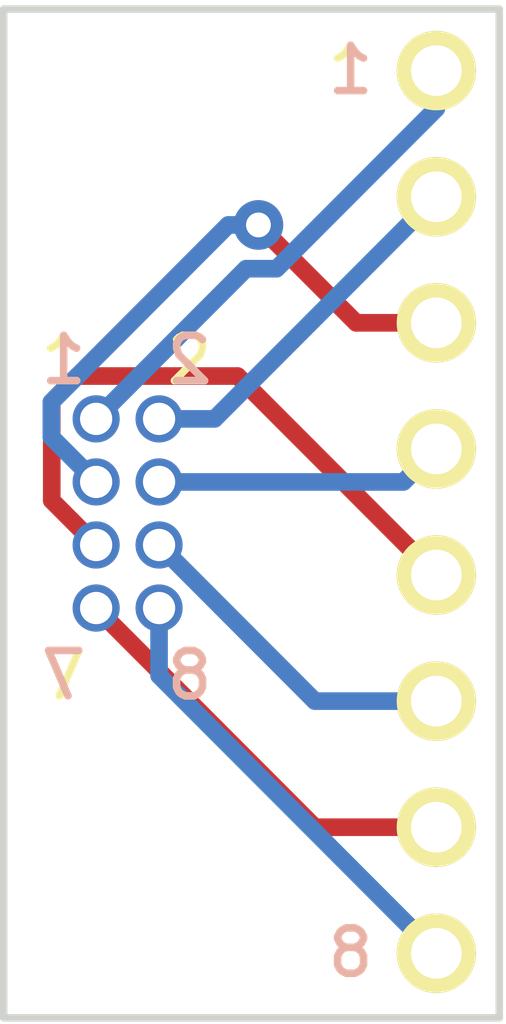
<source format=kicad_pcb>
(kicad_pcb (version 20171130) (host pcbnew "(5.1.6)-1")

  (general
    (thickness 1.6)
    (drawings 36)
    (tracks 26)
    (zones 0)
    (modules 2)
    (nets 9)
  )

  (page A4)
  (layers
    (0 F.Cu signal)
    (31 B.Cu signal)
    (32 B.Adhes user)
    (33 F.Adhes user)
    (34 B.Paste user)
    (35 F.Paste user)
    (36 B.SilkS user)
    (37 F.SilkS user)
    (38 B.Mask user)
    (39 F.Mask user)
    (40 Dwgs.User user hide)
    (41 Cmts.User user hide)
    (42 Eco1.User user)
    (43 Eco2.User user)
    (44 Edge.Cuts user)
    (45 Margin user)
    (46 B.CrtYd user)
    (47 F.CrtYd user hide)
    (48 B.Fab user)
    (49 F.Fab user)
  )

  (setup
    (last_trace_width 0.3556)
    (trace_clearance 0.2032)
    (zone_clearance 0.1524)
    (zone_45_only no)
    (trace_min 0.2)
    (via_size 1)
    (via_drill 0.5)
    (via_min_size 0.4)
    (via_min_drill 0.3)
    (uvia_size 0.3)
    (uvia_drill 0.1)
    (uvias_allowed no)
    (uvia_min_size 0.2)
    (uvia_min_drill 0.1)
    (edge_width 0.15)
    (segment_width 0.15)
    (pcb_text_width 0.3)
    (pcb_text_size 1.5 1.5)
    (mod_edge_width 0.15)
    (mod_text_size 1 1)
    (mod_text_width 0.15)
    (pad_size 1.524 1.524)
    (pad_drill 0.762)
    (pad_to_mask_clearance 0.2)
    (aux_axis_origin 0 0)
    (visible_elements 7FFFFF7F)
    (pcbplotparams
      (layerselection 0x010f0_ffffffff)
      (usegerberextensions true)
      (usegerberattributes false)
      (usegerberadvancedattributes false)
      (creategerberjobfile false)
      (excludeedgelayer true)
      (linewidth 0.100000)
      (plotframeref false)
      (viasonmask false)
      (mode 1)
      (useauxorigin false)
      (hpglpennumber 1)
      (hpglpenspeed 20)
      (hpglpendiameter 15.000000)
      (psnegative false)
      (psa4output false)
      (plotreference true)
      (plotvalue true)
      (plotinvisibletext false)
      (padsonsilk false)
      (subtractmaskfromsilk true)
      (outputformat 1)
      (mirror false)
      (drillshape 0)
      (scaleselection 1)
      (outputdirectory "gerber/"))
  )

  (net 0 "")
  (net 1 /1)
  (net 2 /2)
  (net 3 /3)
  (net 4 /4)
  (net 5 /5)
  (net 6 /6)
  (net 7 /7)
  (net 8 /8)

  (net_class Default "これはデフォルトのネット クラスです。"
    (clearance 0.2032)
    (trace_width 0.3556)
    (via_dia 1)
    (via_drill 0.5)
    (uvia_dia 0.3)
    (uvia_drill 0.1)
    (add_net /1)
    (add_net /2)
    (add_net /3)
    (add_net /4)
    (add_net /5)
    (add_net /6)
    (add_net /7)
    (add_net /8)
  )

  (module user:USER_DILhalf_4X2_NoSilk (layer F.Cu) (tedit 5F2A9EBA) (tstamp 5F2B1D81)
    (at 52.5 132.25)
    (path /5C2842FE)
    (fp_text reference J1 (at 0 -3.175) (layer Dwgs.User) hide
      (effects (font (size 1.016 1.016) (thickness 0.1778)))
    )
    (fp_text value 1.27_2x4P (at 0 3.175) (layer Dwgs.User) hide
      (effects (font (size 0.9144 0.9144) (thickness 0.1524)))
    )
    (fp_line (start 2.5 5.64) (end 2.5 -5.64) (layer Dwgs.User) (width 0.15))
    (fp_line (start 2.5 -5.64) (end -2.5 -5.64) (layer Dwgs.User) (width 0.15))
    (fp_line (start -2.5 -5.64) (end -2.5 5.64) (layer Dwgs.User) (width 0.15))
    (fp_line (start -2.5 5.64) (end 2.5 5.64) (layer Dwgs.User) (width 0.15))
    (fp_line (start -1.27 -2.54) (end 1.27 -2.54) (layer Dwgs.User) (width 0.1))
    (fp_line (start -1.27 2.54) (end -1.27 -2.54) (layer Dwgs.User) (width 0.1))
    (fp_line (start 1.27 2.54) (end -1.27 2.54) (layer Dwgs.User) (width 0.1))
    (fp_line (start 1.27 -2.54) (end 1.27 2.54) (layer Dwgs.User) (width 0.1))
    (pad 1 thru_hole circle (at -0.635 -1.905) (size 0.95 0.95) (drill 0.65) (layers *.Cu *.Mask)
      (net 1 /1))
    (pad 2 thru_hole circle (at 0.635 -1.905) (size 0.95 0.95) (drill 0.65) (layers *.Cu *.Mask)
      (net 2 /2))
    (pad 3 thru_hole circle (at -0.635 -0.635) (size 0.95 0.95) (drill 0.65) (layers *.Cu *.Mask)
      (net 3 /3))
    (pad 4 thru_hole circle (at 0.635 -0.635) (size 0.95 0.95) (drill 0.65) (layers *.Cu *.Mask)
      (net 4 /4))
    (pad 5 thru_hole circle (at -0.635 0.635) (size 0.95 0.95) (drill 0.65) (layers *.Cu *.Mask)
      (net 5 /5))
    (pad 6 thru_hole circle (at 0.635 0.635) (size 0.95 0.95) (drill 0.65) (layers *.Cu *.Mask)
      (net 6 /6))
    (pad 7 thru_hole circle (at -0.635 1.905) (size 0.95 0.95) (drill 0.65) (layers *.Cu *.Mask)
      (net 7 /7))
    (pad 8 thru_hole circle (at 0.635 1.905) (size 0.95 0.95) (drill 0.65) (layers *.Cu *.Mask)
      (net 8 /8))
  )

  (module user:USER_SIL-8_NoSilk (layer F.Cu) (tedit 599EBB77) (tstamp 5F2B1D94)
    (at 58.73 132.22 270)
    (descr "Connecteur 3 pins")
    (tags "CONN DEV")
    (path /5C285000)
    (fp_text reference J2 (at 0 -2.54 90) (layer F.SilkS) hide
      (effects (font (size 1.016 1.016) (thickness 0.1778)))
    )
    (fp_text value 2.54_1x8P (at 0 2.54 90) (layer Dwgs.User) hide
      (effects (font (size 1.016 1.016) (thickness 0.1778)))
    )
    (fp_line (start -10.16 1.27) (end -10.16 -1.27) (layer F.Fab) (width 0.3048))
    (fp_line (start -10.16 -1.27) (end 10.16 -1.27) (layer F.Fab) (width 0.3048))
    (fp_line (start 10.16 -1.27) (end 10.16 1.27) (layer F.Fab) (width 0.3048))
    (fp_line (start 10.16 1.27) (end -10.16 1.27) (layer F.Fab) (width 0.3048))
    (pad 2 thru_hole circle (at -6.35 0 270) (size 1.6 1.6) (drill 1.02) (layers *.Cu *.Mask F.SilkS)
      (net 2 /2))
    (pad 3 thru_hole circle (at -3.81 0 270) (size 1.6 1.6) (drill 1.02) (layers *.Cu *.Mask F.SilkS)
      (net 3 /3))
    (pad 4 thru_hole circle (at -1.27 0 270) (size 1.6 1.6) (drill 1.02) (layers *.Cu *.Mask F.SilkS)
      (net 4 /4))
    (pad 5 thru_hole circle (at 1.27 0 270) (size 1.6 1.6) (drill 1.02) (layers *.Cu *.Mask F.SilkS)
      (net 5 /5))
    (pad 6 thru_hole circle (at 3.81 0 270) (size 1.6 1.6) (drill 1.02) (layers *.Cu *.Mask F.SilkS)
      (net 6 /6))
    (pad 7 thru_hole circle (at 6.35 0 270) (size 1.6 1.6) (drill 1.02) (layers *.Cu *.Mask F.SilkS)
      (net 7 /7))
    (pad 1 thru_hole circle (at -8.89 0 270) (size 1.6 1.6) (drill 1.02) (layers *.Cu *.Mask F.SilkS)
      (net 1 /1))
    (pad 8 thru_hole circle (at 8.89 0 270) (size 1.6 1.6) (drill 1.02) (layers *.Cu *.Mask F.SilkS)
      (net 8 /8))
  )

  (dimension 20.32 (width 0.15) (layer Dwgs.User)
    (gr_text 20.32 (at 46.325001 132.25 270) (layer Dwgs.User)
      (effects (font (size 1 1) (thickness 0.15)))
    )
    (feature1 (pts (xy 50 142.41) (xy 47.03858 142.41)))
    (feature2 (pts (xy 50 122.09) (xy 47.03858 122.09)))
    (crossbar (pts (xy 47.625001 122.09) (xy 47.625001 142.41)))
    (arrow1a (pts (xy 47.625001 142.41) (xy 47.03858 141.283496)))
    (arrow1b (pts (xy 47.625001 142.41) (xy 48.211422 141.283496)))
    (arrow2a (pts (xy 47.625001 122.09) (xy 47.03858 123.216504)))
    (arrow2b (pts (xy 47.625001 122.09) (xy 48.211422 123.216504)))
  )
  (gr_text 2.5 (at 51.435 139.7) (layer Dwgs.User)
    (effects (font (size 1 1) (thickness 0.15)))
  )
  (dimension 10.000045 (width 0.15) (layer Dwgs.User)
    (gr_text 10 (at 55.007247 144.810718 0.2) (layer Dwgs.User)
      (effects (font (size 1 1) (thickness 0.15)))
    )
    (feature1 (pts (xy 60 142.38) (xy 60.005106 144.082142)))
    (feature2 (pts (xy 50 142.41) (xy 50.005106 144.112142)))
    (crossbar (pts (xy 50.003347 143.525724) (xy 60.003347 143.495724)))
    (arrow1a (pts (xy 60.003347 143.495724) (xy 58.878608 144.085522)))
    (arrow1b (pts (xy 60.003347 143.495724) (xy 58.875089 142.912685)))
    (arrow2a (pts (xy 50.003347 143.525724) (xy 51.131605 144.108763)))
    (arrow2b (pts (xy 50.003347 143.525724) (xy 51.128086 142.935926)))
  )
  (gr_line (start 52.49 139) (end 53.02 138.49) (angle 90) (layer F.CrtYd) (width 0.1) (tstamp 5F2B1F60))
  (gr_line (start 52.49 139) (end 53.04 139.53) (angle 90) (layer F.CrtYd) (width 0.1) (tstamp 5F2B1F5A))
  (gr_line (start 52.5 139) (end 54.28 139) (angle 90) (layer F.CrtYd) (width 0.1) (tstamp 5F2B1F63))
  (gr_line (start 50 139.01) (end 49.6 138.61) (angle 90) (layer F.CrtYd) (width 0.1) (tstamp 5F2B1F57))
  (gr_line (start 50.01 139) (end 49.6 139.39) (angle 90) (layer F.CrtYd) (width 0.1) (tstamp 5F2B1F54))
  (gr_line (start 50 139) (end 48.26 139) (angle 90) (layer F.CrtYd) (width 0.1) (tstamp 5F2B1F5D))
  (gr_line (start 50 132.22) (end 50 139) (angle 90) (layer F.CrtYd) (width 0.1))
  (gr_line (start 52.5 132.22) (end 52.5 139) (angle 90) (layer F.CrtYd) (width 0.1))
  (gr_text 1.27 (at 59.64 118.745) (layer F.CrtYd) (tstamp 5F2B1F97)
    (effects (font (size 1.016 1.016) (thickness 0.1778)))
  )
  (gr_line (start 60.01 119.875) (end 60.31 120.205) (angle 90) (layer F.CrtYd) (width 0.1) (tstamp 5F2B1FA9))
  (gr_line (start 60.03 119.895) (end 60.3 119.595) (angle 90) (layer F.CrtYd) (width 0.1) (tstamp 5F2B1FA0))
  (gr_line (start 60.01 119.885) (end 60.9 119.885) (angle 90) (layer F.CrtYd) (width 0.1) (tstamp 5F2B1F9D))
  (gr_line (start 58.73 119.885) (end 58.46 119.605) (angle 90) (layer F.CrtYd) (width 0.1) (tstamp 5F2B1FA6))
  (gr_line (start 58.73 119.885) (end 58.44 120.195) (angle 90) (layer F.CrtYd) (width 0.1) (tstamp 5F2B1F9A))
  (gr_line (start 58.72 119.885) (end 57.73 119.885) (angle 90) (layer F.CrtYd) (width 0.1) (tstamp 5F2B1FA3))
  (gr_line (start 60 123.19) (end 60 119.98) (angle 90) (layer F.CrtYd) (width 0.1))
  (gr_line (start 58.73 123.19) (end 58.73 119.98) (angle 90) (layer F.CrtYd) (width 0.1))
  (gr_line (start 50 142.41) (end 60 142.41) (angle 90) (layer Edge.Cuts) (width 0.15))
  (gr_line (start 50 122.09) (end 60 122.09) (angle 90) (layer Edge.Cuts) (width 0.15))
  (gr_line (start 50 122.09) (end 50 142.41) (angle 90) (layer Edge.Cuts) (width 0.15) (tstamp 5C285847))
  (gr_line (start 60 142.41) (end 60 122.09) (angle 90) (layer Edge.Cuts) (width 0.15) (tstamp 5C285845))
  (gr_text 1 (at 51.21 129.159) (layer F.SilkS) (tstamp 5C285843)
    (effects (font (size 0.9144 0.9144) (thickness 0.1524)))
  )
  (gr_text 2 (at 53.75 129.159) (layer F.SilkS) (tstamp 5C285842)
    (effects (font (size 0.9144 0.9144) (thickness 0.1524)))
  )
  (gr_text 7 (at 51.21 135.509) (layer F.SilkS) (tstamp 5C285841)
    (effects (font (size 0.9144 0.9144) (thickness 0.1524)))
  )
  (gr_text 8 (at 53.75 135.509) (layer F.SilkS) (tstamp 5C285840)
    (effects (font (size 0.9144 0.9144) (thickness 0.1524)))
  )
  (gr_text 1 (at 57 123.317) (layer F.SilkS) (tstamp 5F2B1EF6)
    (effects (font (size 0.9144 0.9144) (thickness 0.1524)))
  )
  (gr_text 8 (at 57 141.097) (layer F.SilkS) (tstamp 5C28583E)
    (effects (font (size 0.9144 0.9144) (thickness 0.1524)))
  )
  (gr_text 1 (at 57 123.317) (layer B.SilkS) (tstamp 5C28583D)
    (effects (font (size 0.9144 0.9144) (thickness 0.1524)) (justify mirror))
  )
  (gr_text 8 (at 57 141.097) (layer B.SilkS) (tstamp 5F2B1EEF)
    (effects (font (size 0.9144 0.9144) (thickness 0.1524)) (justify mirror))
  )
  (gr_text 2 (at 53.75 129.159) (layer B.SilkS) (tstamp 5F2B1DCE)
    (effects (font (size 0.9144 0.9144) (thickness 0.1524)) (justify mirror))
  )
  (gr_text 1 (at 51.21 129.159) (layer B.SilkS) (tstamp 5C28583A)
    (effects (font (size 0.9144 0.9144) (thickness 0.1524)) (justify mirror))
  )
  (gr_text 7 (at 51.21 135.509) (layer B.SilkS) (tstamp 5C285839)
    (effects (font (size 0.9144 0.9144) (thickness 0.1524)) (justify mirror))
  )
  (gr_text 8 (at 53.75 135.509) (layer B.SilkS) (tstamp 5C285838)
    (effects (font (size 0.9144 0.9144) (thickness 0.1524)) (justify mirror))
  )

  (segment (start 51.865 130.345) (end 54.8901 127.3199) (width 0.3556) (layer B.Cu) (net 1))
  (segment (start 54.8901 127.3199) (end 55.5054 127.3199) (width 0.3556) (layer B.Cu) (net 1))
  (segment (start 55.5054 127.3199) (end 58.73 124.0953) (width 0.3556) (layer B.Cu) (net 1))
  (segment (start 58.73 124.0953) (end 58.73 123.33) (width 0.3556) (layer B.Cu) (net 1))
  (segment (start 53.135 130.345) (end 54.255 130.345) (width 0.3556) (layer B.Cu) (net 2))
  (segment (start 54.255 130.345) (end 58.73 125.87) (width 0.3556) (layer B.Cu) (net 2))
  (segment (start 55.1403 126.4386) (end 54.5302 126.4386) (width 0.3556) (layer B.Cu) (net 3))
  (segment (start 54.5302 126.4386) (end 50.9614 130.0074) (width 0.3556) (layer B.Cu) (net 3))
  (segment (start 50.9614 130.0074) (end 50.9614 130.7114) (width 0.3556) (layer B.Cu) (net 3))
  (segment (start 50.9614 130.7114) (end 51.865 131.615) (width 0.3556) (layer B.Cu) (net 3))
  (segment (start 58.73 128.41) (end 57.1117 128.41) (width 0.3556) (layer F.Cu) (net 3))
  (segment (start 57.1117 128.41) (end 55.1403 126.4386) (width 0.3556) (layer F.Cu) (net 3))
  (via (at 55.1403 126.4386) (size 1) (layers F.Cu B.Cu) (net 3))
  (segment (start 58.73 130.95) (end 58.065 131.615) (width 0.3556) (layer B.Cu) (net 4))
  (segment (start 58.065 131.615) (end 53.135 131.615) (width 0.3556) (layer B.Cu) (net 4))
  (segment (start 58.73 133.49) (end 54.7221 129.4821) (width 0.3556) (layer F.Cu) (net 5))
  (segment (start 54.7221 129.4821) (end 51.4843 129.4821) (width 0.3556) (layer F.Cu) (net 5))
  (segment (start 51.4843 129.4821) (end 50.9692 129.9972) (width 0.3556) (layer F.Cu) (net 5))
  (segment (start 50.9692 129.9972) (end 50.9692 131.9892) (width 0.3556) (layer F.Cu) (net 5))
  (segment (start 50.9692 131.9892) (end 51.865 132.885) (width 0.3556) (layer F.Cu) (net 5))
  (segment (start 58.73 136.03) (end 56.28 136.03) (width 0.3556) (layer B.Cu) (net 6))
  (segment (start 56.28 136.03) (end 53.135 132.885) (width 0.3556) (layer B.Cu) (net 6))
  (segment (start 58.73 138.57) (end 56.28 138.57) (width 0.3556) (layer F.Cu) (net 7))
  (segment (start 56.28 138.57) (end 51.865 134.155) (width 0.3556) (layer F.Cu) (net 7))
  (segment (start 58.73 141.11) (end 53.135 135.515) (width 0.3556) (layer B.Cu) (net 8))
  (segment (start 53.135 135.515) (end 53.135 134.155) (width 0.3556) (layer B.Cu) (net 8))

)

</source>
